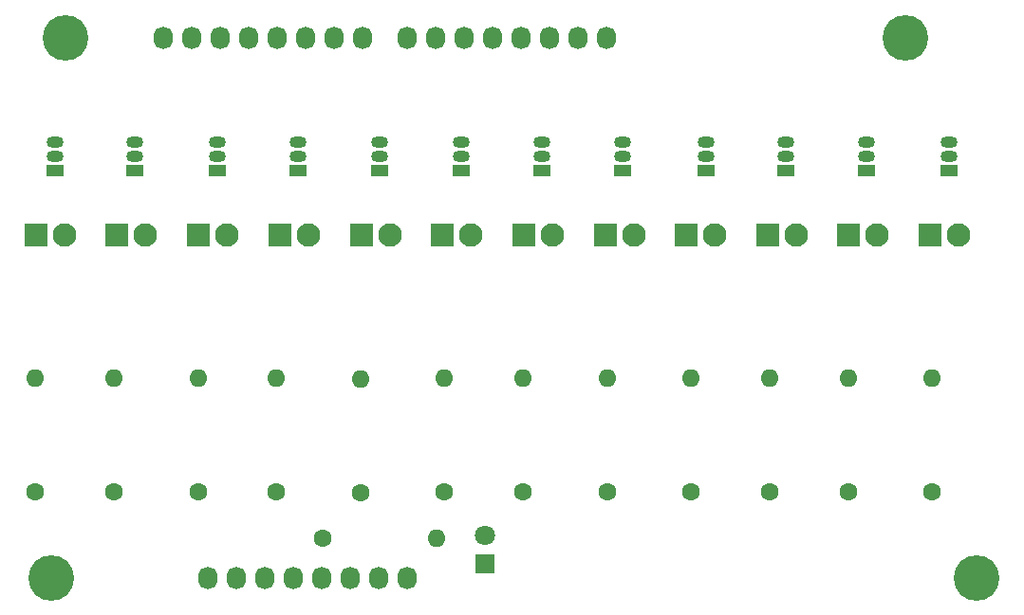
<source format=gbr>
%TF.GenerationSoftware,KiCad,Pcbnew,(6.0.5)*%
%TF.CreationDate,2022-06-20T15:17:27+02:00*%
%TF.ProjectId,vibrotactile_BCI_shield,76696272-6f74-4616-9374-696c655f4243,rev?*%
%TF.SameCoordinates,Original*%
%TF.FileFunction,Soldermask,Top*%
%TF.FilePolarity,Negative*%
%FSLAX46Y46*%
G04 Gerber Fmt 4.6, Leading zero omitted, Abs format (unit mm)*
G04 Created by KiCad (PCBNEW (6.0.5)) date 2022-06-20 15:17:27*
%MOMM*%
%LPD*%
G01*
G04 APERTURE LIST*
%ADD10O,1.727200X2.032000*%
%ADD11C,4.064000*%
%ADD12R,2.100000X2.100000*%
%ADD13C,2.100000*%
%ADD14C,1.600000*%
%ADD15O,1.600000X1.600000*%
%ADD16R,1.500000X1.050000*%
%ADD17O,1.500000X1.050000*%
%ADD18R,1.800000X1.800000*%
%ADD19C,1.800000*%
G04 APERTURE END LIST*
D10*
%TO.C,H1*%
X131318000Y-119126000D03*
X133858000Y-119126000D03*
X136398000Y-119126000D03*
X138938000Y-119126000D03*
X141478000Y-119126000D03*
X144018000Y-119126000D03*
X146558000Y-119126000D03*
X149098000Y-119126000D03*
%TD*%
%TO.C,H3*%
X149098000Y-70866000D03*
X151638000Y-70866000D03*
X154178000Y-70866000D03*
X156718000Y-70866000D03*
X159258000Y-70866000D03*
X161798000Y-70866000D03*
X164338000Y-70866000D03*
X166878000Y-70866000D03*
%TD*%
D11*
%TO.C,P1*%
X117348000Y-119126000D03*
%TD*%
%TO.C,P3*%
X199898000Y-119126000D03*
%TD*%
%TO.C,P4*%
X118618000Y-70866000D03*
%TD*%
%TO.C,P2*%
X193548000Y-70866000D03*
%TD*%
D10*
%TO.C,H2*%
X127300000Y-70866000D03*
X129840000Y-70866000D03*
X132380000Y-70866000D03*
X134920000Y-70866000D03*
X137460000Y-70866000D03*
X140000000Y-70866000D03*
X142540000Y-70866000D03*
X145080000Y-70866000D03*
%TD*%
D12*
%TO.C,J10*%
X181230000Y-88500000D03*
D13*
X183770000Y-88500000D03*
%TD*%
D12*
%TO.C,J5*%
X144960000Y-88500000D03*
D13*
X147500000Y-88500000D03*
%TD*%
D12*
%TO.C,J8*%
X166730000Y-88500000D03*
D13*
X169270000Y-88500000D03*
%TD*%
D14*
%TO.C,R1*%
X115900000Y-111480000D03*
D15*
X115900000Y-101320000D03*
%TD*%
D14*
%TO.C,R5*%
X144900000Y-111560000D03*
D15*
X144900000Y-101400000D03*
%TD*%
D14*
%TO.C,R7*%
X159400000Y-111480000D03*
D15*
X159400000Y-101320000D03*
%TD*%
D14*
%TO.C,R3*%
X130400000Y-111480000D03*
D15*
X130400000Y-101320000D03*
%TD*%
D16*
%TO.C,Q7*%
X161110000Y-82750000D03*
D17*
X161110000Y-81480000D03*
X161110000Y-80210000D03*
%TD*%
D16*
%TO.C,Q4*%
X139360000Y-82750000D03*
D17*
X139360000Y-81480000D03*
X139360000Y-80210000D03*
%TD*%
D16*
%TO.C,Q2*%
X124750000Y-82750000D03*
D17*
X124750000Y-81480000D03*
X124750000Y-80210000D03*
%TD*%
D16*
%TO.C,Q6*%
X153860000Y-82750000D03*
D17*
X153860000Y-81480000D03*
X153860000Y-80210000D03*
%TD*%
D14*
%TO.C,R13*%
X141520000Y-115600000D03*
D15*
X151680000Y-115600000D03*
%TD*%
D14*
%TO.C,R9*%
X174400000Y-111480000D03*
D15*
X174400000Y-101320000D03*
%TD*%
D16*
%TO.C,Q11*%
X190000000Y-82750000D03*
D17*
X190000000Y-81480000D03*
X190000000Y-80210000D03*
%TD*%
D12*
%TO.C,J2*%
X123190000Y-88500000D03*
D13*
X125730000Y-88500000D03*
%TD*%
D14*
%TO.C,R8*%
X166900000Y-111480000D03*
D15*
X166900000Y-101320000D03*
%TD*%
D14*
%TO.C,R6*%
X152400000Y-111480000D03*
D15*
X152400000Y-101320000D03*
%TD*%
D18*
%TO.C,D1*%
X156000000Y-117875000D03*
D19*
X156000000Y-115335000D03*
%TD*%
D12*
%TO.C,J7*%
X159460000Y-88500000D03*
D13*
X162000000Y-88500000D03*
%TD*%
D12*
%TO.C,J11*%
X188460000Y-88500000D03*
D13*
X191000000Y-88500000D03*
%TD*%
D16*
%TO.C,Q3*%
X132110000Y-82750000D03*
D17*
X132110000Y-81480000D03*
X132110000Y-80210000D03*
%TD*%
D16*
%TO.C,Q8*%
X168250000Y-82750000D03*
D17*
X168250000Y-81480000D03*
X168250000Y-80210000D03*
%TD*%
D16*
%TO.C,Q10*%
X182860000Y-82750000D03*
D17*
X182860000Y-81480000D03*
X182860000Y-80210000D03*
%TD*%
D12*
%TO.C,J1*%
X115960000Y-88500000D03*
D13*
X118500000Y-88500000D03*
%TD*%
D12*
%TO.C,J12*%
X195730000Y-88500000D03*
D13*
X198270000Y-88500000D03*
%TD*%
D14*
%TO.C,R4*%
X137400000Y-111480000D03*
D15*
X137400000Y-101320000D03*
%TD*%
D14*
%TO.C,R10*%
X181400000Y-111480000D03*
D15*
X181400000Y-101320000D03*
%TD*%
D12*
%TO.C,J9*%
X173960000Y-88500000D03*
D13*
X176500000Y-88500000D03*
%TD*%
D16*
%TO.C,Q5*%
X146610000Y-82750000D03*
D17*
X146610000Y-81480000D03*
X146610000Y-80210000D03*
%TD*%
D12*
%TO.C,J6*%
X152230000Y-88500000D03*
D13*
X154770000Y-88500000D03*
%TD*%
D16*
%TO.C,Q1*%
X117610000Y-82750000D03*
D17*
X117610000Y-81480000D03*
X117610000Y-80210000D03*
%TD*%
D12*
%TO.C,J3*%
X130460000Y-88500000D03*
D13*
X133000000Y-88500000D03*
%TD*%
D16*
%TO.C,Q9*%
X175750000Y-82750000D03*
D17*
X175750000Y-81480000D03*
X175750000Y-80210000D03*
%TD*%
D14*
%TO.C,R2*%
X122900000Y-111480000D03*
D15*
X122900000Y-101320000D03*
%TD*%
D12*
%TO.C,J4*%
X137730000Y-88500000D03*
D13*
X140270000Y-88500000D03*
%TD*%
D14*
%TO.C,R11*%
X188400000Y-111480000D03*
D15*
X188400000Y-101320000D03*
%TD*%
D16*
%TO.C,Q12*%
X197360000Y-82750000D03*
D17*
X197360000Y-81480000D03*
X197360000Y-80210000D03*
%TD*%
D14*
%TO.C,R12*%
X195900000Y-111480000D03*
D15*
X195900000Y-101320000D03*
%TD*%
M02*

</source>
